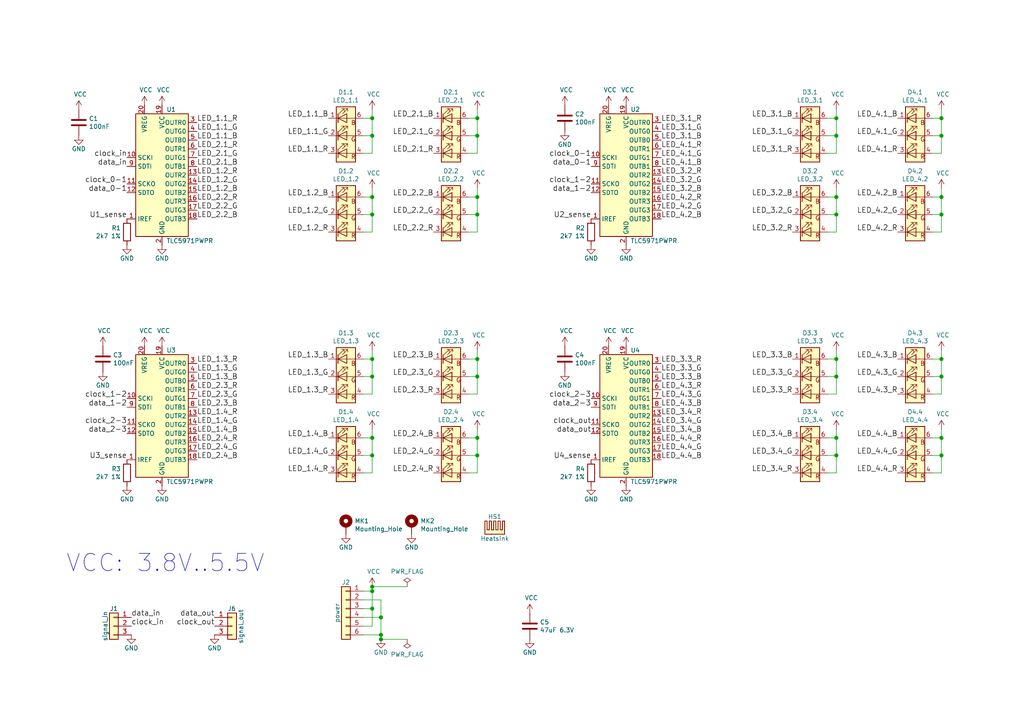
<source format=kicad_sch>
(kicad_sch (version 20200828) (generator eeschema)
  (page 1 1)
  (paper "A4")
  (title_block (title "LEDBoard 4x4 p10x10") (date "2020-09-21") (rev "4.0.2") (company "s-light.eu") (comment 1 "designed by Stefan Krüger") (comment 2 "license: CC BY") (comment 3 "LEDBoard 4x4 16bit"))
  (lib_symbols
    (symbol "Connector_Generic:Conn_01x03" (pin_names (offset 1.016) hide)
      (property "Reference" "J" (at 0 5.08 0))
      (property "Value" "Conn_01x03" (at 0 -5.08 0))
      (symbol "Conn_01x03_1_1"
        (rectangle (start -1.27 -2.413) (end 0 -2.667) (stroke (width 0.1524)))
        (rectangle (start -1.27 2.667) (end 0 2.413) (stroke (width 0.1524)))
        (rectangle (start -1.27 3.81) (end 1.27 -3.81) (stroke (width 0.254)) (fill (type background)))
        (rectangle (start -1.27 0.127) (end 0 -0.127) (stroke (width 0.1524)))
        (pin passive line (at -5.08 2.54 0) (length 3.81) (name "Pin_1") (number "1"))
        (pin passive line (at -5.08 0 0) (length 3.81) (name "Pin_2") (number "2"))
        (pin passive line (at -5.08 -2.54 0) (length 3.81) (name "Pin_3") (number "3"))
      )
    )
    (symbol "Connector_Generic:Conn_01x06" (pin_names (offset 1.016) hide)
      (property "Reference" "J" (at 0 7.62 0))
      (property "Value" "Conn_01x06" (at 0 -10.16 0))
      (symbol "Conn_01x06_1_1"
        (rectangle (start -1.27 -4.953) (end 0 -5.207) (stroke (width 0.1524)))
        (rectangle (start -1.27 -7.493) (end 0 -7.747) (stroke (width 0.1524)))
        (rectangle (start -1.27 -2.413) (end 0 -2.667) (stroke (width 0.1524)))
        (rectangle (start -1.27 2.667) (end 0 2.413) (stroke (width 0.1524)))
        (rectangle (start -1.27 5.207) (end 0 4.953) (stroke (width 0.1524)))
        (rectangle (start -1.27 6.35) (end 1.27 -8.89) (stroke (width 0.254)) (fill (type background)))
        (rectangle (start -1.27 0.127) (end 0 -0.127) (stroke (width 0.1524)))
        (pin passive line (at -5.08 5.08 0) (length 3.81) (name "Pin_1") (number "1"))
        (pin passive line (at -5.08 2.54 0) (length 3.81) (name "Pin_2") (number "2"))
        (pin passive line (at -5.08 0 0) (length 3.81) (name "Pin_3") (number "3"))
        (pin passive line (at -5.08 -2.54 0) (length 3.81) (name "Pin_4") (number "4"))
        (pin passive line (at -5.08 -5.08 0) (length 3.81) (name "Pin_5") (number "5"))
        (pin passive line (at -5.08 -7.62 0) (length 3.81) (name "Pin_6") (number "6"))
      )
    )
    (symbol "Device:C" (pin_numbers hide) (pin_names (offset 0.254))
      (property "Reference" "C" (at 0.635 2.54 0))
      (property "Value" "C" (at 0.635 -2.54 0))
      (symbol "C_0_1"
        (polyline (pts (xy -2.032 -0.762) (xy 2.032 -0.762)) (stroke (width 0.508)))
        (polyline (pts (xy -2.032 0.762) (xy 2.032 0.762)) (stroke (width 0.508)))
      )
      (symbol "C_1_1"
        (pin passive line (at 0 3.81 270) (length 2.794) (name "~") (number "1"))
        (pin passive line (at 0 -3.81 90) (length 2.794) (name "~") (number "2"))
      )
    )
    (symbol "Device:R" (pin_numbers hide) (pin_names (offset 0))
      (property "Reference" "R" (at 2.032 0 90))
      (property "Value" "R" (at 0 0 90))
      (symbol "R_0_1"
        (rectangle (start -1.016 -2.54) (end 1.016 2.54) (stroke (width 0.254)))
      )
      (symbol "R_1_1"
        (pin passive line (at 0 3.81 270) (length 1.27) (name "~") (number "1"))
        (pin passive line (at 0 -3.81 90) (length 1.27) (name "~") (number "2"))
      )
    )
    (symbol "Driver_LED:TLC5971PWP"
      (property "Reference" "U" (at 1.27 19.05 0))
      (property "Value" "TLC5971PWP" (at 1.27 -19.05 0))
      (symbol "TLC5971PWP_0_1"
        (rectangle (start -7.62 17.78) (end 7.62 -17.78) (stroke (width 0.254)) (fill (type background)))
        (pin input line (at -10.16 5.08 0) (length 2.54) (name "SCKI") (number "10"))
        (pin open_collector line (at 10.16 0 180) (length 2.54) (name "OUTR2") (number "13"))
        (pin open_collector line (at 10.16 -2.54 180) (length 2.54) (name "OUTG2") (number "14"))
        (pin open_collector line (at 10.16 -5.08 180) (length 2.54) (name "OUTB2") (number "15"))
        (pin open_collector line (at 10.16 -7.62 180) (length 2.54) (name "OUTR3") (number "16"))
        (pin open_collector line (at 10.16 -10.16 180) (length 2.54) (name "OUTG3") (number "17"))
        (pin open_collector line (at 10.16 -12.7 180) (length 2.54) (name "OUTB3") (number "18"))
        (pin power_in line (at 0 20.32 270) (length 2.54) (name "VCC") (number "19"))
        (pin power_in line (at 0 -20.32 90) (length 2.54) (name "GND") (number "2"))
        (pin passive line (at -5.08 20.32 270) (length 2.54) (name "VREG") (number "20"))
        (pin passive line (at 0 -20.32 90) (length 2.54) hide (name "GND") (number "21"))
        (pin open_collector line (at 10.16 15.24 180) (length 2.54) (name "OUTR0") (number "3"))
        (pin open_collector line (at 10.16 12.7 180) (length 2.54) (name "OUTG0") (number "4"))
        (pin open_collector line (at 10.16 10.16 180) (length 2.54) (name "OUTB0") (number "5"))
        (pin open_collector line (at 10.16 7.62 180) (length 2.54) (name "OUTR1") (number "6"))
        (pin open_collector line (at 10.16 5.08 180) (length 2.54) (name "OUTG1") (number "7"))
        (pin open_collector line (at 10.16 2.54 180) (length 2.54) (name "OUTB1") (number "8"))
        (pin input line (at -10.16 2.54 0) (length 2.54) (name "SDTI") (number "9"))
      )
      (symbol "TLC5971PWP_1_1"
        (pin passive line (at -10.16 -12.7 0) (length 2.54) (name "IREF") (number "1"))
        (pin output line (at -10.16 -2.54 0) (length 2.54) (name "SCKO") (number "11"))
        (pin output line (at -10.16 -5.08 0) (length 2.54) (name "SDTO") (number "12"))
      )
    )
    (symbol "Mechanical:Heatsink" (pin_names (offset 1.016))
      (property "Reference" "HS" (at 0 5.08 0))
      (property "Value" "Heatsink" (at 0 -1.27 0))
      (symbol "Heatsink_0_1"
        (polyline (pts (xy -0.3302 1.27) (xy -0.9652 1.27) (xy -0.9652 3.81) (xy -1.6002 3.81) (xy -1.6002 1.27) (xy -2.2352 1.27) (xy -2.2352 3.81) (xy -2.8702 3.81) (xy -2.8702 0) (xy -0.9652 0)) (stroke (width 0.254)) (fill (type background)))
        (polyline (pts (xy -0.3302 1.27) (xy -0.3302 3.81) (xy 0.3048 3.81) (xy 0.3048 1.27) (xy 0.9398 1.27) (xy 0.9398 3.81) (xy 1.5748 3.81) (xy 1.5748 1.27) (xy 2.2098 1.27) (xy 2.2098 3.81) (xy 2.8448 3.81) (xy 2.8448 0) (xy -0.9652 0)) (stroke (width 0.254)) (fill (type background)))
      )
    )
    (symbol "Mechanical:MountingHole_Pad" (pin_numbers hide) (pin_names (offset 1.016) hide)
      (property "Reference" "H" (at 0 6.35 0))
      (property "Value" "MountingHole_Pad" (at 0 4.445 0))
      (symbol "MountingHole_Pad_0_1"
        (circle (center 0 1.27) (radius 1.27) (stroke (width 1.27)))
      )
      (symbol "MountingHole_Pad_1_1"
        (pin input line (at 0 -2.54 90) (length 2.54) (name "1") (number "1"))
      )
    )
    (symbol "led_bgr:LED_BGR_DieOnCathodeSide" (pin_names (offset 0) hide)
      (property "Reference" "D" (at 0 9.398 0))
      (property "Value" "led_bgr_LED_BGR_DieOnCathodeSide" (at 0 -8.89 0))
      (symbol "LED_BGR_DieOnCathodeSide_0_0"
        (text "B" (at 2.159 3.81 0) (effects (font (size 1.27 1.27))))
        (text "G" (at 2.159 -1.016 0) (effects (font (size 1.27 1.27))))
        (text "R" (at 2.159 -6.096 0) (effects (font (size 1.27 1.27))))
      )
      (symbol "LED_BGR_DieOnCathodeSide_0_1"
        (rectangle (start 0.254 -1.27) (end 0.254 1.27))
        (rectangle (start 0.254 1.27) (end 0.254 1.27))
        (rectangle (start 0.254 3.81) (end 0.254 6.35))
        (rectangle (start 0.254 6.35) (end 0.254 6.35))
        (rectangle (start 2.794 8.382) (end -2.794 -7.62) (stroke (width 0.254)) (fill (type background)))
        (polyline (pts (xy -2.286 -3.81) (xy -2.286 -6.35)) (stroke (width 0.2032)))
        (polyline (pts (xy -2.286 1.27) (xy -2.286 -1.27)) (stroke (width 0.2032)))
        (polyline (pts (xy -2.286 6.35) (xy -2.286 3.81)) (stroke (width 0.2032)))
        (polyline (pts (xy -1.27 -5.08) (xy -2.54 -5.08)))
        (polyline (pts (xy -1.27 -5.08) (xy 1.27 -5.08)))
        (polyline (pts (xy -1.27 0) (xy -2.54 0)))
        (polyline (pts (xy -1.27 5.08) (xy -2.54 5.08)))
        (polyline (pts (xy -1.27 5.08) (xy 1.27 5.08)))
        (polyline (pts (xy 1.27 -5.08) (xy 2.54 -5.08)))
        (polyline (pts (xy 1.27 0) (xy -1.27 0)))
        (polyline (pts (xy 1.27 0) (xy 2.54 0)))
        (polyline (pts (xy 1.27 5.08) (xy 2.54 5.08)))
        (polyline (pts (xy -2.286 1.27) (xy -2.286 -1.27) (xy -2.286 -1.27)))
        (polyline (pts (xy -2.286 6.35) (xy -2.286 3.81) (xy -2.286 3.81)))
        (polyline (pts (xy 0.254 -3.81) (xy 0.254 -6.35) (xy -2.286 -5.08) (xy 0.254 -3.81)) (stroke (width 0.2032)))
        (polyline (pts (xy 0.254 1.27) (xy 0.254 -1.27) (xy -2.286 0) (xy 0.254 1.27)) (stroke (width 0.2032)))
        (polyline (pts (xy 0.254 6.35) (xy 0.254 3.81) (xy -2.286 5.08) (xy 0.254 6.35)) (stroke (width 0.2032)))
        (polyline (pts (xy -2.032 -3.81) (xy -0.508 -2.286) (xy -1.27 -2.286) (xy -0.508 -2.286) (xy -0.508 -3.048)))
        (polyline (pts (xy -2.032 1.27) (xy -0.508 2.794) (xy -1.27 2.794) (xy -0.508 2.794) (xy -0.508 2.032)))
        (polyline (pts (xy -2.032 6.35) (xy -0.508 7.874) (xy -1.27 7.874) (xy -0.508 7.874) (xy -0.508 7.112)))
        (polyline (pts (xy -1.016 -3.81) (xy 0.508 -2.286) (xy -0.254 -2.286) (xy 0.508 -2.286) (xy 0.508 -3.048)))
        (polyline (pts (xy -1.016 1.27) (xy 0.508 2.794) (xy -0.254 2.794) (xy 0.508 2.794) (xy 0.508 2.032)))
        (polyline (pts (xy -1.016 6.35) (xy 0.508 7.874) (xy -0.254 7.874) (xy 0.508 7.874) (xy 0.508 7.112)))
      )
      (symbol "LED_BGR_DieOnCathodeSide_1_1"
        (pin passive line (at -5.08 5.08 0) (length 2.54) (name "RK") (number "1"))
        (pin passive line (at -5.08 0 0) (length 2.54) (name "GK") (number "2"))
        (pin passive line (at -5.08 -5.08 0) (length 2.54) (name "BK") (number "3"))
        (pin passive line (at 5.08 -5.08 180) (length 2.54) (name "BA") (number "4"))
        (pin passive line (at 5.08 0 180) (length 2.54) (name "GA") (number "5"))
        (pin passive line (at 5.08 5.08 180) (length 2.54) (name "RA") (number "6"))
      )
    )
    (symbol "power1:PWR_FLAG" (power) (pin_numbers hide) (pin_names (offset 0) hide)
      (property "Value" "PWR_FLAG" (at 0 3.81 0))
      (symbol "PWR_FLAG_0_1"
        (polyline (pts (xy 0 0) (xy 0 1.27) (xy -1.016 1.905) (xy 0 2.54) (xy 1.016 1.905) (xy 0 1.27)))
      )
      (symbol "PWR_FLAG_0_0"
        (pin power_out line (at 0 0 90) (length 0) (name "pwr") (number "1"))
      )
    )
    (symbol "power:GND" (power) (pin_names (offset 0))
      (property "Value" "GND" (at 0 -3.81 0))
      (symbol "GND_0_1"
        (polyline (pts (xy 0 0) (xy 0 -1.27) (xy 1.27 -1.27) (xy 0 -2.54) (xy -1.27 -1.27) (xy 0 -1.27)))
      )
      (symbol "GND_1_1"
        (pin power_in line (at 0 0 270) (length 0) hide (name "GND") (number "1"))
      )
    )
    (symbol "power:VCC" (power) (pin_names (offset 0))
      (property "Value" "VCC" (at 0 3.81 0))
      (symbol "VCC_0_1"
        (polyline (pts (xy -0.762 1.27) (xy 0 2.54)))
        (polyline (pts (xy 0 0) (xy 0 2.54)))
        (polyline (pts (xy 0 2.54) (xy 0.762 1.27)))
      )
      (symbol "VCC_1_1"
        (pin power_in line (at 0 0 90) (length 0) hide (name "VCC") (number "1"))
      )
    )
  )
  (junction (at 107.95 34.29) (diameter 1.016))
  (junction (at 107.95 39.37) (diameter 1.016))
  (junction (at 107.95 57.15) (diameter 1.016))
  (junction (at 107.95 62.23) (diameter 1.016))
  (junction (at 107.95 104.14) (diameter 1.016))
  (junction (at 107.95 109.22) (diameter 1.016))
  (junction (at 107.95 127) (diameter 1.016))
  (junction (at 107.95 132.08) (diameter 1.016))
  (junction (at 107.95 170.18) (diameter 1.016))
  (junction (at 107.95 171.45) (diameter 1.016))
  (junction (at 107.95 176.53) (diameter 1.016))
  (junction (at 110.49 179.07) (diameter 1.016))
  (junction (at 110.49 184.15) (diameter 1.016))
  (junction (at 110.49 185.42) (diameter 1.016))
  (junction (at 138.43 34.29) (diameter 1.016))
  (junction (at 138.43 39.37) (diameter 1.016))
  (junction (at 138.43 57.15) (diameter 1.016))
  (junction (at 138.43 62.23) (diameter 1.016))
  (junction (at 138.43 104.14) (diameter 1.016))
  (junction (at 138.43 109.22) (diameter 1.016))
  (junction (at 138.43 127) (diameter 1.016))
  (junction (at 138.43 132.08) (diameter 1.016))
  (junction (at 242.57 34.29) (diameter 1.016))
  (junction (at 242.57 39.37) (diameter 1.016))
  (junction (at 242.57 57.15) (diameter 1.016))
  (junction (at 242.57 62.23) (diameter 1.016))
  (junction (at 242.57 104.14) (diameter 1.016))
  (junction (at 242.57 109.22) (diameter 1.016))
  (junction (at 242.57 127) (diameter 1.016))
  (junction (at 242.57 132.08) (diameter 1.016))
  (junction (at 273.05 34.29) (diameter 1.016))
  (junction (at 273.05 39.37) (diameter 1.016))
  (junction (at 273.05 57.15) (diameter 1.016))
  (junction (at 273.05 62.23) (diameter 1.016))
  (junction (at 273.05 104.14) (diameter 1.016))
  (junction (at 273.05 109.22) (diameter 1.016))
  (junction (at 273.05 127) (diameter 1.016))
  (junction (at 273.05 132.08) (diameter 1.016))
  (wire (pts (xy 105.41 34.29) (xy 107.95 34.29)))
  (wire (pts (xy 105.41 39.37) (xy 107.95 39.37)))
  (wire (pts (xy 105.41 57.15) (xy 107.95 57.15)))
  (wire (pts (xy 105.41 62.23) (xy 107.95 62.23)))
  (wire (pts (xy 105.41 104.14) (xy 107.95 104.14)))
  (wire (pts (xy 105.41 109.22) (xy 107.95 109.22)))
  (wire (pts (xy 105.41 127) (xy 107.95 127)))
  (wire (pts (xy 105.41 132.08) (xy 107.95 132.08)))
  (wire (pts (xy 105.41 171.45) (xy 107.95 171.45)))
  (wire (pts (xy 105.41 173.99) (xy 110.49 173.99)))
  (wire (pts (xy 105.41 176.53) (xy 107.95 176.53)))
  (wire (pts (xy 105.41 179.07) (xy 110.49 179.07)))
  (wire (pts (xy 105.41 184.15) (xy 110.49 184.15)))
  (wire (pts (xy 107.95 31.75) (xy 107.95 34.29)))
  (wire (pts (xy 107.95 34.29) (xy 107.95 39.37)))
  (wire (pts (xy 107.95 39.37) (xy 107.95 44.45)))
  (wire (pts (xy 107.95 44.45) (xy 105.41 44.45)))
  (wire (pts (xy 107.95 54.61) (xy 107.95 57.15)))
  (wire (pts (xy 107.95 57.15) (xy 107.95 62.23)))
  (wire (pts (xy 107.95 62.23) (xy 107.95 67.31)))
  (wire (pts (xy 107.95 67.31) (xy 105.41 67.31)))
  (wire (pts (xy 107.95 101.6) (xy 107.95 104.14)))
  (wire (pts (xy 107.95 104.14) (xy 107.95 109.22)))
  (wire (pts (xy 107.95 109.22) (xy 107.95 114.3)))
  (wire (pts (xy 107.95 114.3) (xy 105.41 114.3)))
  (wire (pts (xy 107.95 124.46) (xy 107.95 127)))
  (wire (pts (xy 107.95 127) (xy 107.95 132.08)))
  (wire (pts (xy 107.95 132.08) (xy 107.95 137.16)))
  (wire (pts (xy 107.95 137.16) (xy 105.41 137.16)))
  (wire (pts (xy 107.95 170.18) (xy 107.95 171.45)))
  (wire (pts (xy 107.95 170.18) (xy 118.11 170.18)))
  (wire (pts (xy 107.95 171.45) (xy 107.95 176.53)))
  (wire (pts (xy 107.95 176.53) (xy 107.95 181.61)))
  (wire (pts (xy 107.95 181.61) (xy 105.41 181.61)))
  (wire (pts (xy 110.49 173.99) (xy 110.49 179.07)))
  (wire (pts (xy 110.49 179.07) (xy 110.49 184.15)))
  (wire (pts (xy 110.49 184.15) (xy 110.49 185.42)))
  (wire (pts (xy 110.49 185.42) (xy 118.11 185.42)))
  (wire (pts (xy 135.89 34.29) (xy 138.43 34.29)))
  (wire (pts (xy 135.89 39.37) (xy 138.43 39.37)))
  (wire (pts (xy 135.89 57.15) (xy 138.43 57.15)))
  (wire (pts (xy 135.89 62.23) (xy 138.43 62.23)))
  (wire (pts (xy 135.89 104.14) (xy 138.43 104.14)))
  (wire (pts (xy 135.89 109.22) (xy 138.43 109.22)))
  (wire (pts (xy 135.89 127) (xy 138.43 127)))
  (wire (pts (xy 135.89 132.08) (xy 138.43 132.08)))
  (wire (pts (xy 138.43 31.75) (xy 138.43 34.29)))
  (wire (pts (xy 138.43 34.29) (xy 138.43 39.37)))
  (wire (pts (xy 138.43 39.37) (xy 138.43 44.45)))
  (wire (pts (xy 138.43 44.45) (xy 135.89 44.45)))
  (wire (pts (xy 138.43 54.61) (xy 138.43 57.15)))
  (wire (pts (xy 138.43 57.15) (xy 138.43 62.23)))
  (wire (pts (xy 138.43 62.23) (xy 138.43 67.31)))
  (wire (pts (xy 138.43 67.31) (xy 135.89 67.31)))
  (wire (pts (xy 138.43 101.6) (xy 138.43 104.14)))
  (wire (pts (xy 138.43 104.14) (xy 138.43 109.22)))
  (wire (pts (xy 138.43 109.22) (xy 138.43 114.3)))
  (wire (pts (xy 138.43 114.3) (xy 135.89 114.3)))
  (wire (pts (xy 138.43 124.46) (xy 138.43 127)))
  (wire (pts (xy 138.43 127) (xy 138.43 132.08)))
  (wire (pts (xy 138.43 132.08) (xy 138.43 137.16)))
  (wire (pts (xy 138.43 137.16) (xy 135.89 137.16)))
  (wire (pts (xy 240.03 34.29) (xy 242.57 34.29)))
  (wire (pts (xy 240.03 39.37) (xy 242.57 39.37)))
  (wire (pts (xy 240.03 57.15) (xy 242.57 57.15)))
  (wire (pts (xy 240.03 62.23) (xy 242.57 62.23)))
  (wire (pts (xy 240.03 104.14) (xy 242.57 104.14)))
  (wire (pts (xy 240.03 109.22) (xy 242.57 109.22)))
  (wire (pts (xy 240.03 127) (xy 242.57 127)))
  (wire (pts (xy 240.03 132.08) (xy 242.57 132.08)))
  (wire (pts (xy 242.57 31.75) (xy 242.57 34.29)))
  (wire (pts (xy 242.57 34.29) (xy 242.57 39.37)))
  (wire (pts (xy 242.57 39.37) (xy 242.57 44.45)))
  (wire (pts (xy 242.57 44.45) (xy 240.03 44.45)))
  (wire (pts (xy 242.57 54.61) (xy 242.57 57.15)))
  (wire (pts (xy 242.57 57.15) (xy 242.57 62.23)))
  (wire (pts (xy 242.57 62.23) (xy 242.57 67.31)))
  (wire (pts (xy 242.57 67.31) (xy 240.03 67.31)))
  (wire (pts (xy 242.57 101.6) (xy 242.57 104.14)))
  (wire (pts (xy 242.57 104.14) (xy 242.57 109.22)))
  (wire (pts (xy 242.57 109.22) (xy 242.57 114.3)))
  (wire (pts (xy 242.57 114.3) (xy 240.03 114.3)))
  (wire (pts (xy 242.57 124.46) (xy 242.57 127)))
  (wire (pts (xy 242.57 127) (xy 242.57 132.08)))
  (wire (pts (xy 242.57 132.08) (xy 242.57 137.16)))
  (wire (pts (xy 242.57 137.16) (xy 240.03 137.16)))
  (wire (pts (xy 270.51 34.29) (xy 273.05 34.29)))
  (wire (pts (xy 270.51 39.37) (xy 273.05 39.37)))
  (wire (pts (xy 270.51 57.15) (xy 273.05 57.15)))
  (wire (pts (xy 270.51 62.23) (xy 273.05 62.23)))
  (wire (pts (xy 270.51 104.14) (xy 273.05 104.14)))
  (wire (pts (xy 270.51 109.22) (xy 273.05 109.22)))
  (wire (pts (xy 270.51 127) (xy 273.05 127)))
  (wire (pts (xy 270.51 132.08) (xy 273.05 132.08)))
  (wire (pts (xy 273.05 31.75) (xy 273.05 34.29)))
  (wire (pts (xy 273.05 34.29) (xy 273.05 39.37)))
  (wire (pts (xy 273.05 39.37) (xy 273.05 44.45)))
  (wire (pts (xy 273.05 44.45) (xy 270.51 44.45)))
  (wire (pts (xy 273.05 54.61) (xy 273.05 57.15)))
  (wire (pts (xy 273.05 57.15) (xy 273.05 62.23)))
  (wire (pts (xy 273.05 62.23) (xy 273.05 67.31)))
  (wire (pts (xy 273.05 67.31) (xy 270.51 67.31)))
  (wire (pts (xy 273.05 101.6) (xy 273.05 104.14)))
  (wire (pts (xy 273.05 104.14) (xy 273.05 109.22)))
  (wire (pts (xy 273.05 109.22) (xy 273.05 114.3)))
  (wire (pts (xy 273.05 114.3) (xy 270.51 114.3)))
  (wire (pts (xy 273.05 124.46) (xy 273.05 127)))
  (wire (pts (xy 273.05 127) (xy 273.05 132.08)))
  (wire (pts (xy 273.05 132.08) (xy 273.05 137.16)))
  (wire (pts (xy 273.05 137.16) (xy 270.51 137.16)))
  (text "VCC: 3.8V..5.5V" (at 19.05 166.37 0) (effects (font (size 5.0038 5.0038)) (justify left bottom)))
  (label "clock_in" (at 36.83 45.72 180) (effects (font (size 1.524 1.524))))
  (label "data_in" (at 36.83 48.26 180) (effects (font (size 1.524 1.524))))
  (label "clock_0-1" (at 36.83 53.34 180) (effects (font (size 1.524 1.524))))
  (label "data_0-1" (at 36.83 55.88 180) (effects (font (size 1.524 1.524))))
  (label "U1_sense" (at 36.83 63.5 180) (effects (font (size 1.524 1.524))))
  (label "clock_1-2" (at 36.83 115.57 180) (effects (font (size 1.524 1.524))))
  (label "data_1-2" (at 36.83 118.11 180) (effects (font (size 1.524 1.524))))
  (label "clock_2-3" (at 36.83 123.19 180) (effects (font (size 1.524 1.524))))
  (label "data_2-3" (at 36.83 125.73 180) (effects (font (size 1.524 1.524))))
  (label "U3_sense" (at 36.83 133.35 180) (effects (font (size 1.524 1.524))))
  (label "data_in" (at 38.1 179.07 0) (effects (font (size 1.524 1.524))))
  (label "clock_in" (at 38.1 181.61 0) (effects (font (size 1.524 1.524))))
  (label "LED_1.1_R" (at 57.15 35.56 0) (effects (font (size 1.524 1.524))))
  (label "LED_1.1_G" (at 57.15 38.1 0) (effects (font (size 1.524 1.524))))
  (label "LED_1.1_B" (at 57.15 40.64 0) (effects (font (size 1.524 1.524))))
  (label "LED_2.1_R" (at 57.15 43.18 0) (effects (font (size 1.524 1.524))))
  (label "LED_2.1_G" (at 57.15 45.72 0) (effects (font (size 1.524 1.524))))
  (label "LED_2.1_B" (at 57.15 48.26 0) (effects (font (size 1.524 1.524))))
  (label "LED_1.2_R" (at 57.15 50.8 0) (effects (font (size 1.524 1.524))))
  (label "LED_1.2_G" (at 57.15 53.34 0) (effects (font (size 1.524 1.524))))
  (label "LED_1.2_B" (at 57.15 55.88 0) (effects (font (size 1.524 1.524))))
  (label "LED_2.2_R" (at 57.15 58.42 0) (effects (font (size 1.524 1.524))))
  (label "LED_2.2_G" (at 57.15 60.96 0) (effects (font (size 1.524 1.524))))
  (label "LED_2.2_B" (at 57.15 63.5 0) (effects (font (size 1.524 1.524))))
  (label "LED_1.3_R" (at 57.15 105.41 0) (effects (font (size 1.524 1.524))))
  (label "LED_1.3_G" (at 57.15 107.95 0) (effects (font (size 1.524 1.524))))
  (label "LED_1.3_B" (at 57.15 110.49 0) (effects (font (size 1.524 1.524))))
  (label "LED_2.3_R" (at 57.15 113.03 0) (effects (font (size 1.524 1.524))))
  (label "LED_2.3_G" (at 57.15 115.57 0) (effects (font (size 1.524 1.524))))
  (label "LED_2.3_B" (at 57.15 118.11 0) (effects (font (size 1.524 1.524))))
  (label "LED_1.4_R" (at 57.15 120.65 0) (effects (font (size 1.524 1.524))))
  (label "LED_1.4_G" (at 57.15 123.19 0) (effects (font (size 1.524 1.524))))
  (label "LED_1.4_B" (at 57.15 125.73 0) (effects (font (size 1.524 1.524))))
  (label "LED_2.4_R" (at 57.15 128.27 0) (effects (font (size 1.524 1.524))))
  (label "LED_2.4_G" (at 57.15 130.81 0) (effects (font (size 1.524 1.524))))
  (label "LED_2.4_B" (at 57.15 133.35 0) (effects (font (size 1.524 1.524))))
  (label "data_out" (at 62.23 179.07 180) (effects (font (size 1.524 1.524))))
  (label "clock_out" (at 62.23 181.61 180) (effects (font (size 1.524 1.524))))
  (label "LED_1.1_B" (at 95.25 34.29 180) (effects (font (size 1.524 1.524))))
  (label "LED_1.1_G" (at 95.25 39.37 180) (effects (font (size 1.524 1.524))))
  (label "LED_1.1_R" (at 95.25 44.45 180) (effects (font (size 1.524 1.524))))
  (label "LED_1.2_B" (at 95.25 57.15 180) (effects (font (size 1.524 1.524))))
  (label "LED_1.2_G" (at 95.25 62.23 180) (effects (font (size 1.524 1.524))))
  (label "LED_1.2_R" (at 95.25 67.31 180) (effects (font (size 1.524 1.524))))
  (label "LED_1.3_B" (at 95.25 104.14 180) (effects (font (size 1.524 1.524))))
  (label "LED_1.3_G" (at 95.25 109.22 180) (effects (font (size 1.524 1.524))))
  (label "LED_1.3_R" (at 95.25 114.3 180) (effects (font (size 1.524 1.524))))
  (label "LED_1.4_B" (at 95.25 127 180) (effects (font (size 1.524 1.524))))
  (label "LED_1.4_G" (at 95.25 132.08 180) (effects (font (size 1.524 1.524))))
  (label "LED_1.4_R" (at 95.25 137.16 180) (effects (font (size 1.524 1.524))))
  (label "LED_2.1_B" (at 125.73 34.29 180) (effects (font (size 1.524 1.524))))
  (label "LED_2.1_G" (at 125.73 39.37 180) (effects (font (size 1.524 1.524))))
  (label "LED_2.1_R" (at 125.73 44.45 180) (effects (font (size 1.524 1.524))))
  (label "LED_2.2_B" (at 125.73 57.15 180) (effects (font (size 1.524 1.524))))
  (label "LED_2.2_G" (at 125.73 62.23 180) (effects (font (size 1.524 1.524))))
  (label "LED_2.2_R" (at 125.73 67.31 180) (effects (font (size 1.524 1.524))))
  (label "LED_2.3_B" (at 125.73 104.14 180) (effects (font (size 1.524 1.524))))
  (label "LED_2.3_G" (at 125.73 109.22 180) (effects (font (size 1.524 1.524))))
  (label "LED_2.3_R" (at 125.73 114.3 180) (effects (font (size 1.524 1.524))))
  (label "LED_2.4_B" (at 125.73 127 180) (effects (font (size 1.524 1.524))))
  (label "LED_2.4_G" (at 125.73 132.08 180) (effects (font (size 1.524 1.524))))
  (label "LED_2.4_R" (at 125.73 137.16 180) (effects (font (size 1.524 1.524))))
  (label "clock_0-1" (at 171.45 45.72 180) (effects (font (size 1.524 1.524))))
  (label "data_0-1" (at 171.45 48.26 180) (effects (font (size 1.524 1.524))))
  (label "clock_1-2" (at 171.45 53.34 180) (effects (font (size 1.524 1.524))))
  (label "data_1-2" (at 171.45 55.88 180) (effects (font (size 1.524 1.524))))
  (label "U2_sense" (at 171.45 63.5 180) (effects (font (size 1.524 1.524))))
  (label "clock_2-3" (at 171.45 115.57 180) (effects (font (size 1.524 1.524))))
  (label "data_2-3" (at 171.45 118.11 180) (effects (font (size 1.524 1.524))))
  (label "clock_out" (at 171.45 123.19 180) (effects (font (size 1.524 1.524))))
  (label "data_out" (at 171.45 125.73 180) (effects (font (size 1.524 1.524))))
  (label "U4_sense" (at 171.45 133.35 180) (effects (font (size 1.524 1.524))))
  (label "LED_3.1_R" (at 191.77 35.56 0) (effects (font (size 1.524 1.524))))
  (label "LED_3.1_G" (at 191.77 38.1 0) (effects (font (size 1.524 1.524))))
  (label "LED_3.1_B" (at 191.77 40.64 0) (effects (font (size 1.524 1.524))))
  (label "LED_4.1_R" (at 191.77 43.18 0) (effects (font (size 1.524 1.524))))
  (label "LED_4.1_G" (at 191.77 45.72 0) (effects (font (size 1.524 1.524))))
  (label "LED_4.1_B" (at 191.77 48.26 0) (effects (font (size 1.524 1.524))))
  (label "LED_3.2_R" (at 191.77 50.8 0) (effects (font (size 1.524 1.524))))
  (label "LED_3.2_G" (at 191.77 53.34 0) (effects (font (size 1.524 1.524))))
  (label "LED_3.2_B" (at 191.77 55.88 0) (effects (font (size 1.524 1.524))))
  (label "LED_4.2_R" (at 191.77 58.42 0) (effects (font (size 1.524 1.524))))
  (label "LED_4.2_G" (at 191.77 60.96 0) (effects (font (size 1.524 1.524))))
  (label "LED_4.2_B" (at 191.77 63.5 0) (effects (font (size 1.524 1.524))))
  (label "LED_3.3_R" (at 191.77 105.41 0) (effects (font (size 1.524 1.524))))
  (label "LED_3.3_G" (at 191.77 107.95 0) (effects (font (size 1.524 1.524))))
  (label "LED_3.3_B" (at 191.77 110.49 0) (effects (font (size 1.524 1.524))))
  (label "LED_4.3_R" (at 191.77 113.03 0) (effects (font (size 1.524 1.524))))
  (label "LED_4.3_G" (at 191.77 115.57 0) (effects (font (size 1.524 1.524))))
  (label "LED_4.3_B" (at 191.77 118.11 0) (effects (font (size 1.524 1.524))))
  (label "LED_3.4_R" (at 191.77 120.65 0) (effects (font (size 1.524 1.524))))
  (label "LED_3.4_G" (at 191.77 123.19 0) (effects (font (size 1.524 1.524))))
  (label "LED_3.4_B" (at 191.77 125.73 0) (effects (font (size 1.524 1.524))))
  (label "LED_4.4_R" (at 191.77 128.27 0) (effects (font (size 1.524 1.524))))
  (label "LED_4.4_G" (at 191.77 130.81 0) (effects (font (size 1.524 1.524))))
  (label "LED_4.4_B" (at 191.77 133.35 0) (effects (font (size 1.524 1.524))))
  (label "LED_3.1_B" (at 229.87 34.29 180) (effects (font (size 1.524 1.524))))
  (label "LED_3.1_G" (at 229.87 39.37 180) (effects (font (size 1.524 1.524))))
  (label "LED_3.1_R" (at 229.87 44.45 180) (effects (font (size 1.524 1.524))))
  (label "LED_3.2_B" (at 229.87 57.15 180) (effects (font (size 1.524 1.524))))
  (label "LED_3.2_G" (at 229.87 62.23 180) (effects (font (size 1.524 1.524))))
  (label "LED_3.2_R" (at 229.87 67.31 180) (effects (font (size 1.524 1.524))))
  (label "LED_3.3_B" (at 229.87 104.14 180) (effects (font (size 1.524 1.524))))
  (label "LED_3.3_G" (at 229.87 109.22 180) (effects (font (size 1.524 1.524))))
  (label "LED_3.3_R" (at 229.87 114.3 180) (effects (font (size 1.524 1.524))))
  (label "LED_3.4_B" (at 229.87 127 180) (effects (font (size 1.524 1.524))))
  (label "LED_3.4_G" (at 229.87 132.08 180) (effects (font (size 1.524 1.524))))
  (label "LED_3.4_R" (at 229.87 137.16 180) (effects (font (size 1.524 1.524))))
  (label "LED_4.1_B" (at 260.35 34.29 180) (effects (font (size 1.524 1.524))))
  (label "LED_4.1_G" (at 260.35 39.37 180) (effects (font (size 1.524 1.524))))
  (label "LED_4.1_R" (at 260.35 44.45 180) (effects (font (size 1.524 1.524))))
  (label "LED_4.2_B" (at 260.35 57.15 180) (effects (font (size 1.524 1.524))))
  (label "LED_4.2_G" (at 260.35 62.23 180) (effects (font (size 1.524 1.524))))
  (label "LED_4.2_R" (at 260.35 67.31 180) (effects (font (size 1.524 1.524))))
  (label "LED_4.3_B" (at 260.35 104.14 180) (effects (font (size 1.524 1.524))))
  (label "LED_4.3_G" (at 260.35 109.22 180) (effects (font (size 1.524 1.524))))
  (label "LED_4.3_R" (at 260.35 114.3 180) (effects (font (size 1.524 1.524))))
  (label "LED_4.4_B" (at 260.35 127 180) (effects (font (size 1.524 1.524))))
  (label "LED_4.4_G" (at 260.35 132.08 180) (effects (font (size 1.524 1.524))))
  (label "LED_4.4_R" (at 260.35 137.16 180) (effects (font (size 1.524 1.524))))
  (symbol (lib_id "power1:PWR_FLAG") (at 118.11 170.18 0) (unit 1)
    (property "Reference" "#FLG047" (effects hide))
    (property "Value" "PWR_FLAG" (at 118.11 165.7604 0))
  )
  (symbol (lib_id "power1:PWR_FLAG") (at 118.11 185.42 180) (unit 1)
    (property "Reference" "#FLG048" (effects hide))
    (property "Value" "PWR_FLAG" (at 118.11 189.8142 0))
  )
  (symbol (lib_id "power:VCC") (at 22.86 31.75 0) (unit 1)
    (property "Reference" "#PWR017" (effects hide))
    (property "Value" "VCC" (at 23.2918 27.3558 0))
  )
  (symbol (lib_id "power:VCC") (at 29.845 100.33 0) (unit 1)
    (property "Reference" "#PWR042" (effects hide))
    (property "Value" "VCC" (at 30.2768 95.9358 0))
  )
  (symbol (lib_id "power:VCC") (at 41.91 30.48 0) (unit 1)
    (property "Reference" "#PWR018" (effects hide))
    (property "Value" "VCC" (at 42.3418 26.0858 0))
  )
  (symbol (lib_id "power:VCC") (at 41.91 100.33 0) (unit 1)
    (property "Reference" "#PWR043" (effects hide))
    (property "Value" "VCC" (at 42.3418 95.9358 0))
  )
  (symbol (lib_id "power:VCC") (at 46.99 30.48 0) (unit 1)
    (property "Reference" "#PWR019" (effects hide))
    (property "Value" "VCC" (at 47.4218 26.0858 0))
  )
  (symbol (lib_id "power:VCC") (at 46.99 100.33 0) (unit 1)
    (property "Reference" "#PWR044" (effects hide))
    (property "Value" "VCC" (at 47.4218 95.9358 0))
  )
  (symbol (lib_id "power:VCC") (at 107.95 31.75 0) (unit 1)
    (property "Reference" "#PWR020" (effects hide))
    (property "Value" "VCC" (at 108.3818 27.3558 0))
  )
  (symbol (lib_id "power:VCC") (at 107.95 54.61 0) (unit 1)
    (property "Reference" "#PWR023" (effects hide))
    (property "Value" "VCC" (at 108.3818 50.2158 0))
  )
  (symbol (lib_id "power:VCC") (at 107.95 101.6 0) (unit 1)
    (property "Reference" "#PWR039" (effects hide))
    (property "Value" "VCC" (at 108.3818 97.2058 0))
  )
  (symbol (lib_id "power:VCC") (at 107.95 124.46 0) (unit 1)
    (property "Reference" "#PWR041" (effects hide))
    (property "Value" "VCC" (at 108.3818 120.0658 0))
  )
  (symbol (lib_id "power:VCC") (at 107.95 170.18 0) (unit 1)
    (property "Reference" "#PWR046" (effects hide))
    (property "Value" "VCC" (at 108.3818 165.7858 0))
  )
  (symbol (lib_id "power:VCC") (at 138.43 31.75 0) (unit 1)
    (property "Reference" "#PWR021" (effects hide))
    (property "Value" "VCC" (at 138.8618 27.3558 0))
  )
  (symbol (lib_id "power:VCC") (at 138.43 54.61 0) (unit 1)
    (property "Reference" "#PWR022" (effects hide))
    (property "Value" "VCC" (at 138.8618 50.2158 0))
  )
  (symbol (lib_id "power:VCC") (at 138.43 101.6 0) (unit 1)
    (property "Reference" "#PWR036" (effects hide))
    (property "Value" "VCC" (at 138.8618 97.2058 0))
  )
  (symbol (lib_id "power:VCC") (at 138.43 124.46 0) (unit 1)
    (property "Reference" "#PWR040" (effects hide))
    (property "Value" "VCC" (at 138.8618 120.0658 0))
  )
  (symbol (lib_id "power:VCC") (at 153.67 177.8 0) (unit 1)
    (property "Reference" "#PWR050" (effects hide))
    (property "Value" "VCC" (at 154.1018 173.4058 0))
  )
  (symbol (lib_id "power:VCC") (at 163.83 30.48 0) (unit 1)
    (property "Reference" "#PWR026" (effects hide))
    (property "Value" "VCC" (at 164.2618 26.0858 0))
  )
  (symbol (lib_id "power:VCC") (at 163.83 100.33 0) (unit 1)
    (property "Reference" "#PWR037" (effects hide))
    (property "Value" "VCC" (at 164.2618 95.9358 0))
  )
  (symbol (lib_id "power:VCC") (at 176.53 30.48 0) (unit 1)
    (property "Reference" "#PWR025" (effects hide))
    (property "Value" "VCC" (at 176.9618 26.0858 0))
  )
  (symbol (lib_id "power:VCC") (at 176.53 100.33 0) (unit 1)
    (property "Reference" "#PWR038" (effects hide))
    (property "Value" "VCC" (at 176.9618 95.9358 0))
  )
  (symbol (lib_id "power:VCC") (at 181.61 30.48 0) (unit 1)
    (property "Reference" "#PWR024" (effects hide))
    (property "Value" "VCC" (at 182.0418 26.0858 0))
  )
  (symbol (lib_id "power:VCC") (at 181.61 100.33 0) (unit 1)
    (property "Reference" "#PWR035" (effects hide))
    (property "Value" "VCC" (at 182.0418 95.9358 0))
  )
  (symbol (lib_id "power:VCC") (at 242.57 31.75 0) (unit 1)
    (property "Reference" "#PWR027" (effects hide))
    (property "Value" "VCC" (at 243.0018 27.3558 0))
  )
  (symbol (lib_id "power:VCC") (at 242.57 54.61 0) (unit 1)
    (property "Reference" "#PWR030" (effects hide))
    (property "Value" "VCC" (at 243.0018 50.2158 0))
  )
  (symbol (lib_id "power:VCC") (at 242.57 101.6 0) (unit 1)
    (property "Reference" "#PWR034" (effects hide))
    (property "Value" "VCC" (at 243.0018 97.2058 0))
  )
  (symbol (lib_id "power:VCC") (at 242.57 124.46 0) (unit 1)
    (property "Reference" "#PWR033" (effects hide))
    (property "Value" "VCC" (at 243.0018 120.0658 0))
  )
  (symbol (lib_id "power:VCC") (at 273.05 31.75 0) (unit 1)
    (property "Reference" "#PWR028" (effects hide))
    (property "Value" "VCC" (at 273.4818 27.3558 0))
  )
  (symbol (lib_id "power:VCC") (at 273.05 54.61 0) (unit 1)
    (property "Reference" "#PWR029" (effects hide))
    (property "Value" "VCC" (at 273.4818 50.2158 0))
  )
  (symbol (lib_id "power:VCC") (at 273.05 101.6 0) (unit 1)
    (property "Reference" "#PWR031" (effects hide))
    (property "Value" "VCC" (at 273.4818 97.2058 0))
  )
  (symbol (lib_id "power:VCC") (at 273.05 124.46 0) (unit 1)
    (property "Reference" "#PWR032" (effects hide))
    (property "Value" "VCC" (at 273.4818 120.0658 0))
  )
  (symbol (lib_id "power:GND") (at 22.86 39.37 0) (unit 1)
    (property "Reference" "#PWR02" (effects hide))
    (property "Value" "GND" (at 22.86 43.18 0))
  )
  (symbol (lib_id "power:GND") (at 29.845 107.95 0) (unit 1)
    (property "Reference" "#PWR010" (effects hide))
    (property "Value" "GND" (at 29.845 111.76 0))
  )
  (symbol (lib_id "power:GND") (at 36.83 71.12 0) (unit 1)
    (property "Reference" "#PWR04" (effects hide))
    (property "Value" "GND" (at 36.83 74.93 0))
  )
  (symbol (lib_id "power:GND") (at 36.83 140.97 0) (unit 1)
    (property "Reference" "#PWR012" (effects hide))
    (property "Value" "GND" (at 36.83 144.78 0))
  )
  (symbol (lib_id "power:GND") (at 38.1 184.15 0) (unit 1)
    (property "Reference" "#PWR048" (effects hide))
    (property "Value" "GND" (at 38.1 187.96 0))
  )
  (symbol (lib_id "power:GND") (at 46.99 71.12 0) (unit 1)
    (property "Reference" "#PWR01" (effects hide))
    (property "Value" "GND" (at 46.99 74.93 0))
  )
  (symbol (lib_id "power:GND") (at 46.99 140.97 0) (unit 1)
    (property "Reference" "#PWR011" (effects hide))
    (property "Value" "GND" (at 46.99 144.78 0))
  )
  (symbol (lib_id "power:GND") (at 62.23 184.15 0) (unit 1)
    (property "Reference" "#PWR047" (effects hide))
    (property "Value" "GND" (at 62.23 187.96 0))
  )
  (symbol (lib_id "power:GND") (at 100.33 154.94 0) (unit 1)
    (property "Reference" "#PWR051" (effects hide))
    (property "Value" "GND" (at 100.33 158.75 0))
  )
  (symbol (lib_id "power:GND") (at 110.49 185.42 0) (unit 1)
    (property "Reference" "#PWR045" (effects hide))
    (property "Value" "GND" (at 110.49 189.23 0))
  )
  (symbol (lib_id "power:GND") (at 119.38 154.94 0) (unit 1)
    (property "Reference" "#PWR052" (effects hide))
    (property "Value" "GND" (at 119.38 158.75 0))
  )
  (symbol (lib_id "power:GND") (at 153.67 185.42 0) (unit 1)
    (property "Reference" "#PWR049" (effects hide))
    (property "Value" "GND" (at 153.67 189.23 0))
  )
  (symbol (lib_id "power:GND") (at 163.83 38.1 0) (unit 1)
    (property "Reference" "#PWR06" (effects hide))
    (property "Value" "GND" (at 163.83 41.91 0))
  )
  (symbol (lib_id "power:GND") (at 163.83 107.95 0) (unit 1)
    (property "Reference" "#PWR014" (effects hide))
    (property "Value" "GND" (at 163.83 111.76 0))
  )
  (symbol (lib_id "power:GND") (at 171.45 71.12 0) (unit 1)
    (property "Reference" "#PWR08" (effects hide))
    (property "Value" "GND" (at 171.45 74.93 0))
  )
  (symbol (lib_id "power:GND") (at 171.45 140.97 0) (unit 1)
    (property "Reference" "#PWR016" (effects hide))
    (property "Value" "GND" (at 171.45 144.78 0))
  )
  (symbol (lib_id "power:GND") (at 181.61 71.12 0) (unit 1)
    (property "Reference" "#PWR05" (effects hide))
    (property "Value" "GND" (at 181.61 74.93 0))
  )
  (symbol (lib_id "power:GND") (at 181.61 140.97 0) (unit 1)
    (property "Reference" "#PWR013" (effects hide))
    (property "Value" "GND" (at 181.61 144.78 0))
  )
  (symbol (lib_id "Device:R") (at 36.83 67.31 0) (mirror y) (unit 1)
    (property "Reference" "R1" (at 35.052 66.1416 0) (effects (justify left)))
    (property "Value" "2k7 1%" (at 35.052 68.453 0) (effects (justify left)))
    (property "Footprint" "Resistors_SMD:R_0603_HandSoldering" (effects hide))
    (property "reichelt" "SMD-0603 2,7K" (effects hide))
    (property "reichelt_url" "https://www.reichelt.de/SMD-0603-von-1-bis-910-kOhm/SMD-0603-2-7K/3/index.html?ACTION=3&GROUPID=7968&ARTICLE=89435&OFFSET=100&" (effects hide))
    (property "YAGEO" "RC0603FR-072K7L" (effects hide))
    (property "Vishay" "CRCW06032K70FKEB" (effects hide))
    (property "mouser" "71-CRCW06032K70FKEB " (effects hide))
  )
  (symbol (lib_id "Device:R") (at 36.83 137.16 0) (mirror y) (unit 1)
    (property "Reference" "R3" (at 35.052 135.9916 0) (effects (justify left)))
    (property "Value" "2k7 1%" (at 35.052 138.303 0) (effects (justify left)))
    (property "Footprint" "Resistors_SMD:R_0603_HandSoldering" (effects hide))
    (property "reichelt" "SMD-0603 2,7K" (effects hide))
    (property "reichelt_url" "https://www.reichelt.de/SMD-0603-von-1-bis-910-kOhm/SMD-0603-2-7K/3/index.html?ACTION=3&GROUPID=7968&ARTICLE=89435&OFFSET=100&" (effects hide))
    (property "YAGEO" "RC0603FR-072K7L" (effects hide))
    (property "Vishay" "CRCW06032K70FKEB" (effects hide))
    (property "mouser" "71-CRCW06032K70FKEB " (effects hide))
  )
  (symbol (lib_id "Device:R") (at 171.45 67.31 0) (mirror y) (unit 1)
    (property "Reference" "R2" (at 169.672 66.1416 0) (effects (justify left)))
    (property "Value" "2k7 1%" (at 169.672 68.453 0) (effects (justify left)))
    (property "Footprint" "Resistors_SMD:R_0603_HandSoldering" (effects hide))
    (property "reichelt" "SMD-0603 2,7K" (effects hide))
    (property "reichelt_url" "https://www.reichelt.de/SMD-0603-von-1-bis-910-kOhm/SMD-0603-2-7K/3/index.html?ACTION=3&GROUPID=7968&ARTICLE=89435&OFFSET=100&" (effects hide))
    (property "YAGEO" "RC0603FR-072K7L" (effects hide))
    (property "Vishay" "CRCW06032K70FKEB" (effects hide))
    (property "mouser" "71-CRCW06032K70FKEB " (effects hide))
  )
  (symbol (lib_id "Device:R") (at 171.45 137.16 0) (mirror y) (unit 1)
    (property "Reference" "R4" (at 169.672 135.9916 0) (effects (justify left)))
    (property "Value" "2k7 1%" (at 169.672 138.303 0) (effects (justify left)))
    (property "Footprint" "Resistors_SMD:R_0603_HandSoldering" (effects hide))
    (property "reichelt" "SMD-0603 2,7K" (effects hide))
    (property "reichelt_url" "https://www.reichelt.de/SMD-0603-von-1-bis-910-kOhm/SMD-0603-2-7K/3/index.html?ACTION=3&GROUPID=7968&ARTICLE=89435&OFFSET=100&" (effects hide))
    (property "YAGEO" "RC0603FR-072K7L" (effects hide))
    (property "Vishay" "CRCW06032K70FKEB" (effects hide))
    (property "mouser" "71-CRCW06032K70FKEB " (effects hide))
  )
  (symbol (lib_id "Mechanical:MountingHole_Pad") (at 100.33 152.4 0) (unit 1)
    (property "Reference" "MK1" (at 102.87 151.1046 0) (effects (justify left)))
    (property "Value" "Mounting_Hole" (at 102.87 153.416 0) (effects (justify left)))
    (property "Footprint" "Mounting_Holes:MountingHole_3.2mm_M3_ISO7380_Pad" (effects hide))
    (property "wegertseder" "2588-406" (effects hide))
    (property "wegertseder_url" "https://www.wegertseder.com/ArticleDetails.aspx?AKNUM=2588" (effects hide))
  )
  (symbol (lib_id "Mechanical:MountingHole_Pad") (at 119.38 152.4 0) (unit 1)
    (property "Reference" "MK2" (at 121.92 151.1046 0) (effects (justify left)))
    (property "Value" "Mounting_Hole" (at 121.92 153.416 0) (effects (justify left)))
    (property "Footprint" "Mounting_Holes:MountingHole_3.2mm_M3_ISO7380_Pad" (effects hide))
    (property "wegertseder" "2588-406" (effects hide))
    (property "wegertseder_url" "https://www.wegertseder.com/ArticleDetails.aspx?AKNUM=2588" (effects hide))
  )
  (symbol (lib_id "Mechanical:Heatsink") (at 143.51 154.94 0) (unit 1)
    (property "Reference" "HS1" (at 143.51 149.86 0))
    (property "Value" "Heatsink" (at 143.51 156.21 0))
    (property "Footprint" "Oddities:Dummy_Empty" (effects hide))
    (property "reichelt" "V ICK PGA36X36" (effects hide))
    (property "reichelt_url" "https://www.reichelt.de/Stiftkuehlkoerper/V-ICK-PGA36X36/3/index.html?ACTION=3&GROUPID=7773&ARTICLE=100978&OFFSET=100&" (effects hide))
    (property "fischer_elektronik" "10037097" (effects hide))
    (property "fischer_elektronik_url" "http://www.fischerelektronik.de/web_fischer/de_DE/K%C3%BChlk%C3%B6rper/B01/K%C3%BChlk%C3%B6rper%20f%C3%BCr%20PGA/PR/ICKPGA14x14x12_/$productCard/parameters/index.xhtml" (effects hide))
  )
  (symbol (lib_id "Device:C") (at 22.86 35.56 0) (unit 1)
    (property "Reference" "C1" (at 25.781 34.3916 0) (effects (justify left)))
    (property "Value" "100nF" (at 25.781 36.703 0) (effects (justify left)))
    (property "Footprint" "Capacitors_SMD:C_0603_HandSoldering" (effects hide))
    (property "reichelt" "X7R-G0603 100N" (effects hide))
    (property "reichelt_url" "https://www.reichelt.de/Vielschicht-SMD-G0603/X7R-G0603-100N/3/index.html?ACTION=3&GROUPID=3166&ARTICLE=31873&OFFSET=100&" (effects hide))
    (property "YAGEO" "CC0603KRX7R7BB104" (effects hide))
    (property "mouser" "81-GRM39X104K50D" (effects hide))
    (property "murata" "GRM188R71H104KA93D" (effects hide))
  )
  (symbol (lib_id "Device:C") (at 29.845 104.14 0) (unit 1)
    (property "Reference" "C3" (at 32.766 102.9716 0) (effects (justify left)))
    (property "Value" "100nF" (at 32.766 105.283 0) (effects (justify left)))
    (property "Footprint" "Capacitors_SMD:C_0603_HandSoldering" (effects hide))
    (property "reichelt" "X7R-G0603 100N" (effects hide))
    (property "reichelt_url" "https://www.reichelt.de/Vielschicht-SMD-G0603/X7R-G0603-100N/3/index.html?ACTION=3&GROUPID=3166&ARTICLE=31873&OFFSET=100&" (effects hide))
    (property "YAGEO" "CC0603KRX7R7BB104" (effects hide))
    (property "mouser" "81-GRM39X104K50D" (effects hide))
    (property "murata" "GRM188R71H104KA93D" (effects hide))
  )
  (symbol (lib_id "Device:C") (at 153.67 181.61 0) (unit 1)
    (property "Reference" "C5" (at 156.591 180.4416 0) (effects (justify left)))
    (property "Value" "47uF 6.3V" (at 156.591 182.753 0) (effects (justify left)))
    (property "Footprint" "Capacitors_SMD:C_0603_HandSoldering" (effects hide))
    (property "reichelt" "X5R-G0603 47/6,3" (effects hide))
    (property "reichelt_url" "https://www.reichelt.de/Vielschicht-SMD-G0603/X5R-G0603-47-6-3/3/index.html?ACTION=3&GROUPID=3166&ARTICLE=190489&OFFSET=100&" (effects hide))
    (property "murata" "GRM188R60J476ME15D" (effects hide))
    (property "murata2" "ZRB18AR60J476ME01L" (effects hide))
    (property "mouser" "81-GRM188R60J476ME5D" (effects hide))
    (property "mouser2" "81-ZRB18AR60J476ME1L " (effects hide))
  )
  (symbol (lib_id "Device:C") (at 163.83 34.29 0) (unit 1)
    (property "Reference" "C2" (at 166.751 33.1216 0) (effects (justify left)))
    (property "Value" "100nF" (at 166.751 35.433 0) (effects (justify left)))
    (property "Footprint" "Capacitors_SMD:C_0603_HandSoldering" (effects hide))
    (property "reichelt" "X7R-G0603 100N" (effects hide))
    (property "reichelt_url" "https://www.reichelt.de/Vielschicht-SMD-G0603/X7R-G0603-100N/3/index.html?ACTION=3&GROUPID=3166&ARTICLE=31873&OFFSET=100&" (effects hide))
    (property "YAGEO" "CC0603KRX7R7BB104" (effects hide))
    (property "mouser" "81-GRM39X104K50D" (effects hide))
    (property "murata" "GRM188R71H104KA93D" (effects hide))
  )
  (symbol (lib_id "Device:C") (at 163.83 104.14 0) (unit 1)
    (property "Reference" "C4" (at 166.751 102.9716 0) (effects (justify left)))
    (property "Value" "100nF" (at 166.751 105.283 0) (effects (justify left)))
    (property "Footprint" "Capacitors_SMD:C_0603_HandSoldering" (effects hide))
    (property "reichelt" "X7R-G0603 100N" (effects hide))
    (property "reichelt_url" "https://www.reichelt.de/Vielschicht-SMD-G0603/X7R-G0603-100N/3/index.html?ACTION=3&GROUPID=3166&ARTICLE=31873&OFFSET=100&" (effects hide))
    (property "YAGEO" "CC0603KRX7R7BB104" (effects hide))
    (property "mouser" "81-GRM39X104K50D" (effects hide))
    (property "murata" "GRM188R71H104KA93D" (effects hide))
  )
  (symbol (lib_id "Connector_Generic:Conn_01x03") (at 33.02 181.61 0) (mirror y) (unit 1)
    (property "Reference" "J1" (at 33.02 176.53 0))
    (property "Value" "signal_in" (at 30.48 181.61 90))
    (property "Footprint" "Socket_Strips:Socket_Strip_Straight_1x03_Pitch2.54mm" (effects hide))
    (property "reichelt" "MPE 115-1-003" (effects hide))
  )
  (symbol (lib_id "Connector_Generic:Conn_01x03") (at 67.31 181.61 0) (unit 1)
    (property "Reference" "J6" (at 66.04 176.53 0) (effects (justify left)))
    (property "Value" "signal_out" (at 69.85 186.69 90) (effects (justify left)))
    (property "Footprint" "Socket_Strips:Socket_Strip_Straight_1x03_Pitch2.54mm" (effects hide))
    (property "reichelt" "MPE 115-1-003" (effects hide))
  )
  (symbol (lib_id "Connector_Generic:Conn_01x06") (at 100.33 176.53 0) (mirror y) (unit 1)
    (property "Reference" "J2" (at 100.33 168.91 0))
    (property "Value" "power" (at 97.79 177.8 90))
    (property "Footprint" "Socket_Strips:Socket_Strip_Straight_1x06_Pitch2.54mm" (effects hide))
    (property "reichelt" "MPE 115-1-006" (effects hide))
  )
  (symbol (lib_id "led_bgr:LED_BGR_DieOnCathodeSide") (at 100.33 39.37 0) (unit 1)
    (property "Reference" "D1.1" (at 100.33 26.7462 0))
    (property "Value" "LED_1.1" (at 100.33 29.0576 0))
    (property "Footprint" "nichia:LED_NSSM124_wViaHeatSinkBig_roundedPads" (effects hide))
    (property "Nichia part" "NSSM124D" (effects hide))
    (property "Lumitronix" "30201" (effects hide))
    (property "Lumitronix_url" "http://www.leds.de/Low-Mid-Power-LEDs/SMD-LEDs/Nichia-SMD-LED-RGB-NSSM124DT.html" (effects hide))
  )
  (symbol (lib_id "led_bgr:LED_BGR_DieOnCathodeSide") (at 100.33 62.23 0) (unit 1)
    (property "Reference" "D1.2" (at 100.33 49.6062 0))
    (property "Value" "LED_1.2" (at 100.33 51.9176 0))
    (property "Footprint" "nichia:LED_NSSM124_wViaHeatSinkBig_roundedPads" (effects hide))
    (property "Nichia part" "NSSM124D" (effects hide))
    (property "Lumitronix" "30201" (effects hide))
    (property "Lumitronix_url" "http://www.leds.de/Low-Mid-Power-LEDs/SMD-LEDs/Nichia-SMD-LED-RGB-NSSM124DT.html" (effects hide))
  )
  (symbol (lib_id "led_bgr:LED_BGR_DieOnCathodeSide") (at 100.33 109.22 0) (unit 1)
    (property "Reference" "D1.3" (at 100.33 96.5962 0))
    (property "Value" "LED_1.3" (at 100.33 98.9076 0))
    (property "Footprint" "nichia:LED_NSSM124_wViaHeatSinkBig_roundedPads" (effects hide))
    (property "Nichia part" "NSSM124D" (effects hide))
    (property "Lumitronix" "30201" (effects hide))
    (property "Lumitronix_url" "http://www.leds.de/Low-Mid-Power-LEDs/SMD-LEDs/Nichia-SMD-LED-RGB-NSSM124DT.html" (effects hide))
  )
  (symbol (lib_id "led_bgr:LED_BGR_DieOnCathodeSide") (at 100.33 132.08 0) (unit 1)
    (property "Reference" "D1.4" (at 100.33 119.4562 0))
    (property "Value" "LED_1.4" (at 100.33 121.7676 0))
    (property "Footprint" "nichia:LED_NSSM124_wViaHeatSinkBig_roundedPads" (effects hide))
    (property "Nichia part" "NSSM124D" (effects hide))
    (property "Lumitronix" "30201" (effects hide))
    (property "Lumitronix_url" "http://www.leds.de/Low-Mid-Power-LEDs/SMD-LEDs/Nichia-SMD-LED-RGB-NSSM124DT.html" (effects hide))
  )
  (symbol (lib_id "led_bgr:LED_BGR_DieOnCathodeSide") (at 130.81 39.37 0) (unit 1)
    (property "Reference" "D2.1" (at 130.81 26.7462 0))
    (property "Value" "LED_2.1" (at 130.81 29.0576 0))
    (property "Footprint" "nichia:LED_NSSM124_wViaHeatSinkBig_roundedPads" (effects hide))
    (property "Nichia part" "NSSM124D" (effects hide))
    (property "Lumitronix" "30201" (effects hide))
    (property "Lumitronix_url" "http://www.leds.de/Low-Mid-Power-LEDs/SMD-LEDs/Nichia-SMD-LED-RGB-NSSM124DT.html" (effects hide))
  )
  (symbol (lib_id "led_bgr:LED_BGR_DieOnCathodeSide") (at 130.81 62.23 0) (unit 1)
    (property "Reference" "D2.2" (at 130.81 49.6062 0))
    (property "Value" "LED_2.2" (at 130.81 51.9176 0))
    (property "Footprint" "nichia:LED_NSSM124_wViaHeatSinkBig_roundedPads" (effects hide))
    (property "Nichia part" "NSSM124D" (effects hide))
    (property "Lumitronix" "30201" (effects hide))
    (property "Lumitronix_url" "http://www.leds.de/Low-Mid-Power-LEDs/SMD-LEDs/Nichia-SMD-LED-RGB-NSSM124DT.html" (effects hide))
  )
  (symbol (lib_id "led_bgr:LED_BGR_DieOnCathodeSide") (at 130.81 109.22 0) (unit 1)
    (property "Reference" "D2.3" (at 130.81 96.5962 0))
    (property "Value" "LED_2.3" (at 130.81 98.9076 0))
    (property "Footprint" "nichia:LED_NSSM124_wViaHeatSinkBig_roundedPads" (effects hide))
    (property "Nichia part" "NSSM124D" (effects hide))
    (property "Lumitronix" "30201" (effects hide))
    (property "Lumitronix_url" "http://www.leds.de/Low-Mid-Power-LEDs/SMD-LEDs/Nichia-SMD-LED-RGB-NSSM124DT.html" (effects hide))
  )
  (symbol (lib_id "led_bgr:LED_BGR_DieOnCathodeSide") (at 130.81 132.08 0) (unit 1)
    (property "Reference" "D2.4" (at 130.81 119.4562 0))
    (property "Value" "LED_2.4" (at 130.81 121.7676 0))
    (property "Footprint" "nichia:LED_NSSM124_wViaHeatSinkBig_roundedPads" (effects hide))
    (property "Nichia part" "NSSM124D" (effects hide))
    (property "Lumitronix" "30201" (effects hide))
    (property "Lumitronix_url" "http://www.leds.de/Low-Mid-Power-LEDs/SMD-LEDs/Nichia-SMD-LED-RGB-NSSM124DT.html" (effects hide))
  )
  (symbol (lib_id "led_bgr:LED_BGR_DieOnCathodeSide") (at 234.95 39.37 0) (unit 1)
    (property "Reference" "D3.1" (at 234.95 26.7462 0))
    (property "Value" "LED_3.1" (at 234.95 29.0576 0))
    (property "Footprint" "nichia:LED_NSSM124_wViaHeatSinkBig_roundedPads" (effects hide))
    (property "Nichia part" "NSSM124D" (effects hide))
    (property "Lumitronix" "30201" (effects hide))
    (property "Lumitronix_url" "http://www.leds.de/Low-Mid-Power-LEDs/SMD-LEDs/Nichia-SMD-LED-RGB-NSSM124DT.html" (effects hide))
  )
  (symbol (lib_id "led_bgr:LED_BGR_DieOnCathodeSide") (at 234.95 62.23 0) (unit 1)
    (property "Reference" "D3.2" (at 234.95 49.6062 0))
    (property "Value" "LED_3.2" (at 234.95 51.9176 0))
    (property "Footprint" "nichia:LED_NSSM124_wViaHeatSinkBig_roundedPads" (effects hide))
    (property "Nichia part" "NSSM124D" (effects hide))
    (property "Lumitronix" "30201" (effects hide))
    (property "Lumitronix_url" "http://www.leds.de/Low-Mid-Power-LEDs/SMD-LEDs/Nichia-SMD-LED-RGB-NSSM124DT.html" (effects hide))
  )
  (symbol (lib_id "led_bgr:LED_BGR_DieOnCathodeSide") (at 234.95 109.22 0) (unit 1)
    (property "Reference" "D3.3" (at 234.95 96.5962 0))
    (property "Value" "LED_3.3" (at 234.95 98.9076 0))
    (property "Footprint" "nichia:LED_NSSM124_wViaHeatSinkBig_roundedPads" (effects hide))
    (property "Nichia part" "NSSM124D" (effects hide))
    (property "Lumitronix" "30201" (effects hide))
    (property "Lumitronix_url" "http://www.leds.de/Low-Mid-Power-LEDs/SMD-LEDs/Nichia-SMD-LED-RGB-NSSM124DT.html" (effects hide))
  )
  (symbol (lib_id "led_bgr:LED_BGR_DieOnCathodeSide") (at 234.95 132.08 0) (unit 1)
    (property "Reference" "D3.4" (at 234.95 119.4562 0))
    (property "Value" "LED_3.4" (at 234.95 121.7676 0))
    (property "Footprint" "nichia:LED_NSSM124_wViaHeatSinkBig_roundedPads" (effects hide))
    (property "Nichia part" "NSSM124D" (effects hide))
    (property "Lumitronix" "30201" (effects hide))
    (property "Lumitronix_url" "http://www.leds.de/Low-Mid-Power-LEDs/SMD-LEDs/Nichia-SMD-LED-RGB-NSSM124DT.html" (effects hide))
  )
  (symbol (lib_id "led_bgr:LED_BGR_DieOnCathodeSide") (at 265.43 39.37 0) (unit 1)
    (property "Reference" "D4.1" (at 265.43 26.7462 0))
    (property "Value" "LED_4.1" (at 265.43 29.0576 0))
    (property "Footprint" "nichia:LED_NSSM124_wViaHeatSinkBig_roundedPads" (effects hide))
    (property "Nichia part" "NSSM124D" (effects hide))
    (property "Lumitronix" "30201" (effects hide))
    (property "Lumitronix_url" "http://www.leds.de/Low-Mid-Power-LEDs/SMD-LEDs/Nichia-SMD-LED-RGB-NSSM124DT.html" (effects hide))
  )
  (symbol (lib_id "led_bgr:LED_BGR_DieOnCathodeSide") (at 265.43 62.23 0) (unit 1)
    (property "Reference" "D4.2" (at 265.43 49.6062 0))
    (property "Value" "LED_4.2" (at 265.43 51.9176 0))
    (property "Footprint" "nichia:LED_NSSM124_wViaHeatSinkBig_roundedPads" (effects hide))
    (property "Nichia part" "NSSM124D" (effects hide))
    (property "Lumitronix" "30201" (effects hide))
    (property "Lumitronix_url" "http://www.leds.de/Low-Mid-Power-LEDs/SMD-LEDs/Nichia-SMD-LED-RGB-NSSM124DT.html" (effects hide))
  )
  (symbol (lib_id "led_bgr:LED_BGR_DieOnCathodeSide") (at 265.43 109.22 0) (unit 1)
    (property "Reference" "D4.3" (at 265.43 96.5962 0))
    (property "Value" "LED_4.3" (at 265.43 98.9076 0))
    (property "Footprint" "nichia:LED_NSSM124_wViaHeatSinkBig_roundedPads" (effects hide))
    (property "Nichia part" "NSSM124D" (effects hide))
    (property "Lumitronix" "30201" (effects hide))
    (property "Lumitronix_url" "http://www.leds.de/Low-Mid-Power-LEDs/SMD-LEDs/Nichia-SMD-LED-RGB-NSSM124DT.html" (effects hide))
  )
  (symbol (lib_id "led_bgr:LED_BGR_DieOnCathodeSide") (at 265.43 132.08 0) (unit 1)
    (property "Reference" "D4.4" (at 265.43 119.4562 0))
    (property "Value" "LED_4.4" (at 265.43 121.7676 0))
    (property "Footprint" "nichia:LED_NSSM124_wViaHeatSinkBig_roundedPads" (effects hide))
    (property "Nichia part" "NSSM124D" (effects hide))
    (property "Lumitronix" "30201" (effects hide))
    (property "Lumitronix_url" "http://www.leds.de/Low-Mid-Power-LEDs/SMD-LEDs/Nichia-SMD-LED-RGB-NSSM124DT.html" (effects hide))
  )
  (symbol (lib_id "Driver_LED:TLC5971PWP") (at 46.99 50.8 0) (unit 1)
    (property "Reference" "U1" (at 48.26 31.75 0) (effects (justify left)))
    (property "Value" "TLC5971PWPR" (at 48.26 69.85 0) (effects (justify left)))
    (property "Footprint" "Package_SO:HTSSOP-20-1EP_4.4x6.5mm_P0.65mm_EP3.4x6.5mm_Mask2.75x3.43mm_ThermalVias" (effects hide))
    (property "Datasheet" "http://www.ti.com/product/TLC5971/description" (effects hide))
    (property "mouser" "595-TLC5971PWPR" (effects hide))
    (property "texas instruments" "TLC5971PWPR" (effects hide))
  )
  (symbol (lib_id "Driver_LED:TLC5971PWP") (at 46.99 120.65 0) (unit 1)
    (property "Reference" "U3" (at 48.26 101.6 0) (effects (justify left)))
    (property "Value" "TLC5971PWPR" (at 48.26 139.7 0) (effects (justify left)))
    (property "Footprint" "Housings_SSOP:HTSSOP-20-1EP_4.4x6.5mm_Pitch0.65mm_ThermalVias_TI_R-PDSO-G20_roundedPads" (effects hide))
    (property "mouser" "595-TLC5971PWPR" (effects hide))
    (property "texas instruments" "TLC5971PWPR" (effects hide))
  )
  (symbol (lib_id "Driver_LED:TLC5971PWP") (at 181.61 50.8 0) (unit 1)
    (property "Reference" "U2" (at 182.88 31.75 0) (effects (justify left)))
    (property "Value" "TLC5971PWPR" (at 182.88 69.85 0) (effects (justify left)))
    (property "Footprint" "Package_SO:HTSSOP-20-1EP_4.4x6.5mm_P0.65mm_EP3.4x6.5mm_Mask2.75x3.43mm_ThermalVias" (effects hide))
    (property "mouser" "595-TLC5971PWPR" (effects hide))
    (property "texas instruments" "TLC5971PWPR" (effects hide))
  )
  (symbol (lib_id "Driver_LED:TLC5971PWP") (at 181.61 120.65 0) (unit 1)
    (property "Reference" "U4" (at 182.88 101.6 0) (effects (justify left)))
    (property "Value" "TLC5971PWPR" (at 182.88 139.7 0) (effects (justify left)))
    (property "Footprint" "Package_SO:HTSSOP-20-1EP_4.4x6.5mm_P0.65mm_EP3.4x6.5mm_Mask2.75x3.43mm_ThermalVias" (effects hide))
    (property "mouser" "595-TLC5971PWPR" (effects hide))
    (property "texas instruments" "TLC5971PWPR" (effects hide))
  )
)
</source>
